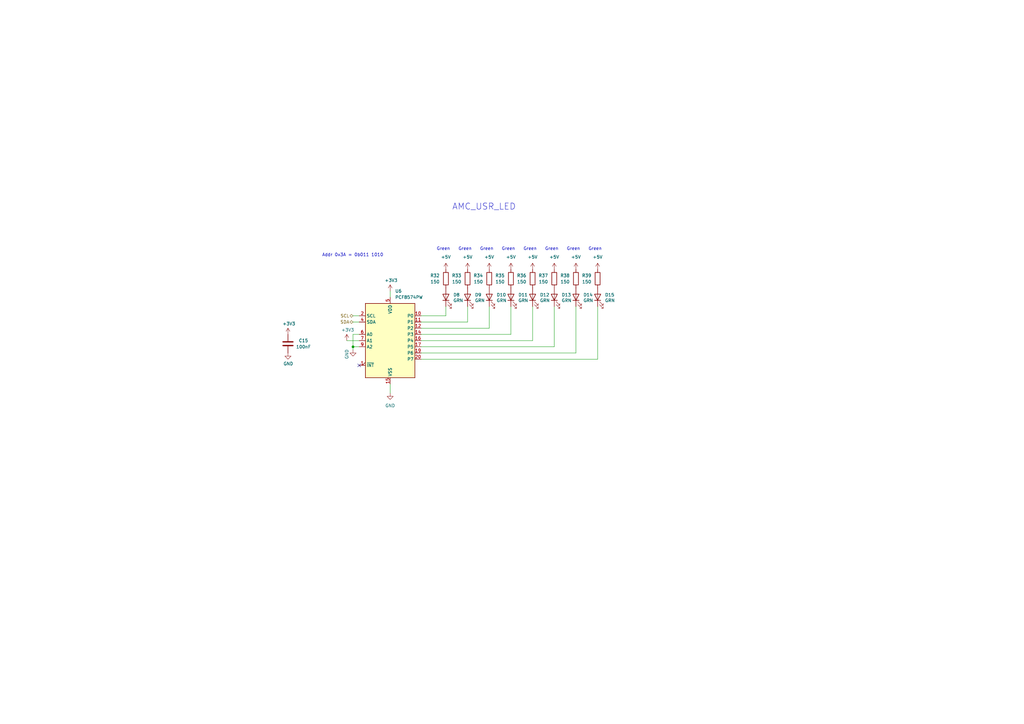
<source format=kicad_sch>
(kicad_sch (version 20211123) (generator eeschema)
  (paper "A3")
  (title_block (title "RTM_Template") (date "2022-09-07") (rev "1.0") (company "Karlsruhe Institute of Technology (KIT)") (comment 1 "Institute for Data Processing and Electronics (IPE)") (comment 2 "Carsten Schmerbeck") (comment 3 "Luis Ardila") (comment 4 "Licensed under CERN-OHL-P v2"))
  (lib_symbols
    (symbol "Device:C" (pin_numbers hide) (pin_names (offset 0.254))
      (property "Reference" "C" (at 0.635 2.54 0))
      (property "Value" "C" (at 0.635 -2.54 0))
      (symbol "C_0_1"
        (polyline (pts (xy -2.032 -0.762) (xy 2.032 -0.762)) (stroke (width 0.508)))
        (polyline (pts (xy -2.032 0.762) (xy 2.032 0.762)) (stroke (width 0.508)))
      )
      (symbol "C_1_1"
        (pin passive line (at 0 3.81 270) (length 2.794) (name "~") (number "1"))
        (pin passive line (at 0 -3.81 90) (length 2.794) (name "~") (number "2"))
      )
    )
    (symbol "Device:LED" (pin_numbers hide) (pin_names (offset 1.016) hide)
      (property "Reference" "D" (at 0 2.54 0))
      (property "Value" "LED" (at 0 -2.54 0))
      (symbol "LED_0_1"
        (polyline (pts (xy -1.27 -1.27) (xy -1.27 1.27)) (stroke (width 0.254)))
        (polyline (pts (xy -1.27 0) (xy 1.27 0)))
        (polyline (pts (xy 1.27 -1.27) (xy 1.27 1.27) (xy -1.27 0) (xy 1.27 -1.27)) (stroke (width 0.254)))
        (polyline (pts (xy -3.048 -0.762) (xy -4.572 -2.286) (xy -3.81 -2.286) (xy -4.572 -2.286) (xy -4.572 -1.524)))
        (polyline (pts (xy -1.778 -0.762) (xy -3.302 -2.286) (xy -2.54 -2.286) (xy -3.302 -2.286) (xy -3.302 -1.524)))
      )
      (symbol "LED_1_1"
        (pin passive line (at -3.81 0 0) (length 2.54) (name "K") (number "1"))
        (pin passive line (at 3.81 0 180) (length 2.54) (name "A") (number "2"))
      )
    )
    (symbol "Device:R" (pin_numbers hide) (pin_names (offset 0))
      (property "Reference" "R" (at 2.032 0 90))
      (property "Value" "R" (at 0 0 90))
      (symbol "R_0_1"
        (rectangle (start -1.016 -2.54) (end 1.016 2.54) (stroke (width 0.254)))
      )
      (symbol "R_1_1"
        (pin passive line (at 0 3.81 270) (length 1.27) (name "~") (number "1"))
        (pin passive line (at 0 -3.81 90) (length 1.27) (name "~") (number "2"))
      )
    )
    (symbol "Interface_Expansion:PCF8574ATS"
      (property "Reference" "U" (at -8.89 16.51 0))
      (property "Value" "PCF8574ATS" (at 3.81 16.51 0))
      (symbol "PCF8574ATS_0_1"
        (rectangle (start -10.16 15.24) (end 10.16 -15.24) (stroke (width 0.254)) (fill (type background)))
      )
      (symbol "PCF8574ATS_1_1"
        (pin open_collector output_low (at -12.7 -10.16 0) (length 2.54) (name "~{INT}") (number "1"))
        (pin bidirectional line (at 12.7 10.16 180) (length 2.54) (name "P0") (number "10"))
        (pin bidirectional line (at 12.7 7.62 180) (length 2.54) (name "P1") (number "11"))
        (pin bidirectional line (at 12.7 5.08 180) (length 2.54) (name "P2") (number "12"))
        (pin no_connect line (at -10.16 -5.08 0) (length 2.54) hide (name "NC") (number "13"))
        (pin bidirectional line (at 12.7 2.54 180) (length 2.54) (name "P3") (number "14"))
        (pin power_in line (at 0 -17.78 90) (length 2.54) (name "VSS") (number "15"))
        (pin bidirectional line (at 12.7 0 180) (length 2.54) (name "P4") (number "16"))
        (pin bidirectional line (at 12.7 -2.54 180) (length 2.54) (name "P5") (number "17"))
        (pin no_connect line (at -10.16 -7.62 0) (length 2.54) hide (name "NC") (number "18"))
        (pin bidirectional line (at 12.7 -5.08 180) (length 2.54) (name "P6") (number "19"))
        (pin input line (at -12.7 10.16 0) (length 2.54) (name "SCL") (number "2"))
        (pin bidirectional line (at 12.7 -7.62 180) (length 2.54) (name "P7") (number "20"))
        (pin no_connect line (at 10.16 -10.16 180) (length 2.54) hide (name "NC") (number "3"))
        (pin bidirectional line (at -12.7 7.62 0) (length 2.54) (name "SDA") (number "4"))
        (pin power_in line (at 0 17.78 270) (length 2.54) (name "VDD") (number "5"))
        (pin input line (at -12.7 2.54 0) (length 2.54) (name "A0") (number "6"))
        (pin input line (at -12.7 0 0) (length 2.54) (name "A1") (number "7"))
        (pin no_connect line (at 10.16 -12.7 180) (length 2.54) hide (name "NC") (number "8"))
        (pin input line (at -12.7 -2.54 0) (length 2.54) (name "A2") (number "9"))
      )
    )
    (symbol "power:+3V3" (power) (pin_names (offset 0))
      (property "Value" "+3V3" (at 0 3.556 0))
      (symbol "+3V3_0_1"
        (polyline (pts (xy -0.762 1.27) (xy 0 2.54)))
        (polyline (pts (xy 0 0) (xy 0 2.54)))
        (polyline (pts (xy 0 2.54) (xy 0.762 1.27)))
      )
      (symbol "+3V3_1_1"
        (pin power_in line (at 0 0 90) (length 0) hide (name "+3V3") (number "1"))
      )
    )
    (symbol "power:+5V" (power) (pin_names (offset 0))
      (property "Value" "+5V" (at 0 3.556 0))
      (symbol "+5V_0_1"
        (polyline (pts (xy -0.762 1.27) (xy 0 2.54)))
        (polyline (pts (xy 0 0) (xy 0 2.54)))
        (polyline (pts (xy 0 2.54) (xy 0.762 1.27)))
      )
      (symbol "+5V_1_1"
        (pin power_in line (at 0 0 90) (length 0) hide (name "+5V") (number "1"))
      )
    )
    (symbol "power:GND" (power) (pin_names (offset 0))
      (property "Value" "GND" (at 0 -3.81 0))
      (symbol "GND_0_1"
        (polyline (pts (xy 0 0) (xy 0 -1.27) (xy 1.27 -1.27) (xy 0 -2.54) (xy -1.27 -1.27) (xy 0 -1.27)))
      )
      (symbol "GND_1_1"
        (pin power_in line (at 0 0 270) (length 0) hide (name "GND") (number "1"))
      )
    )
  )
  (junction (at 144.78 142.24))
  (no_connect (at 147.32 149.86))
  (wire (pts (xy 218.44 139.7) (xy 172.72 139.7)))
  (wire (pts (xy 182.88 129.54) (xy 172.72 129.54)))
  (wire (pts (xy 236.22 144.78) (xy 172.72 144.78)))
  (wire (pts (xy 236.22 125.73) (xy 236.22 144.78)))
  (wire (pts (xy 227.33 142.24) (xy 227.33 125.73)))
  (wire (pts (xy 209.55 137.16) (xy 209.55 125.73)))
  (wire (pts (xy 160.02 119.38) (xy 160.02 121.92)))
  (wire (pts (xy 144.78 129.54) (xy 147.32 129.54)))
  (wire (pts (xy 191.77 132.08) (xy 191.77 125.73)))
  (wire (pts (xy 172.72 137.16) (xy 209.55 137.16)))
  (wire (pts (xy 142.24 139.7) (xy 147.32 139.7)))
  (wire (pts (xy 200.66 134.62) (xy 172.72 134.62)))
  (wire (pts (xy 172.72 142.24) (xy 227.33 142.24)))
  (wire (pts (xy 172.72 132.08) (xy 191.77 132.08)))
  (wire (pts (xy 160.02 157.48) (xy 160.02 161.29)))
  (wire (pts (xy 218.44 125.73) (xy 218.44 139.7)))
  (wire (pts (xy 144.78 142.24) (xy 144.78 143.51)))
  (wire (pts (xy 172.72 147.32) (xy 245.11 147.32)))
  (wire (pts (xy 182.88 125.73) (xy 182.88 129.54)))
  (wire (pts (xy 245.11 147.32) (xy 245.11 125.73)))
  (wire (pts (xy 144.78 137.16) (xy 147.32 137.16)))
  (wire (pts (xy 144.78 142.24) (xy 147.32 142.24)))
  (wire (pts (xy 200.66 125.73) (xy 200.66 134.62)))
  (wire (pts (xy 144.78 132.08) (xy 147.32 132.08)))
  (wire (pts (xy 144.78 137.16) (xy 144.78 142.24)))
  (text "Green" (at 223.52 102.87 0) (effects (font (size 1.27 1.27)) (justify left bottom)))
  (text "Green" (at 205.74 102.87 0) (effects (font (size 1.27 1.27)) (justify left bottom)))
  (text "Green" (at 179.07 102.87 0) (effects (font (size 1.27 1.27)) (justify left bottom)))
  (text "Green" (at 196.85 102.87 0) (effects (font (size 1.27 1.27)) (justify left bottom)))
  (text "Green" (at 232.41 102.87 0) (effects (font (size 1.27 1.27)) (justify left bottom)))
  (text "Addr 0x3A = 0b011 1010" (at 132.08 105.41 0) (effects (font (size 1.27 1.27)) (justify left bottom)))
  (text "Green" (at 214.63 102.87 0) (effects (font (size 1.27 1.27)) (justify left bottom)))
  (text "Green" (at 187.96 102.87 0) (effects (font (size 1.27 1.27)) (justify left bottom)))
  (text "AMC_USR_LED" (at 185.42 86.36 0) (effects (font (size 2.54 2.54)) (justify left bottom)))
  (text "Green" (at 241.3 102.87 0) (effects (font (size 1.27 1.27)) (justify left bottom)))
  (hierarchical_label "SCL" (shape bidirectional) (at 144.78 129.54 180))
  (hierarchical_label "SDA" (shape bidirectional) (at 144.78 132.08 180))
  (symbol (lib_id "Interface_Expansion:PCF8574ATS") (at 160.02 139.7 0) (unit 1)
    (property "Reference" "U6" (at 162.0394 119.38 0) (effects (justify left)))
    (property "Value" "PCF8574PW" (at 162.0394 121.92 0) (effects (justify left)))
    (property "Footprint" "Package_SO:TSSOP-20_4.4x6.5mm_P0.65mm" (effects hide))
    (property "Datasheet" "https://www.nxp.com/docs/en/data-sheet/PCF8574_PCF8574A.pdf" (effects hide))
    (property "mouser#" "595-PCF8574PW" (effects hide))
    (property "manf#" "PCF8574PW" (effects hide))
    (property "manf" "Texas Instruments" (effects hide))
  )
  (symbol (lib_id "power:+5V") (at 245.11 110.49 0) (unit 1)
    (property "Reference" "#PWR0108" (effects hide))
    (property "Value" "+5V" (at 245.11 105.41 0))
  )
  (symbol (lib_id "Device:LED") (at 236.22 121.92 90) (unit 1)
    (property "Reference" "D14" (at 239.2172 120.9294 90) (effects (justify right)))
    (property "Value" "GRN" (at 239.2172 123.2408 90) (effects (justify right)))
    (property "Footprint" "KIT_LED_SMD:APA2106x" (effects hide))
    (property "Datasheet" "https://www.kingbrightusa.com/images/catalog/SPEC/APA2106CGCK.pdf" (effects hide))
    (property "digikey#" "754-1057-1-ND" (effects hide))
    (property "manf" "Kingbright" (effects hide))
    (property "manf#" "APA2106CGCK" (effects hide))
  )
  (symbol (lib_id "power:+3V3") (at 118.11 137.16 0) (unit 1)
    (property "Reference" "#PWR0114" (effects hide))
    (property "Value" "+3V3" (at 118.491 132.7658 0))
  )
  (symbol (lib_id "Device:LED") (at 182.88 121.92 90) (unit 1)
    (property "Reference" "D8" (at 185.8772 120.9294 90) (effects (justify right)))
    (property "Value" "GRN" (at 185.8772 123.2408 90) (effects (justify right)))
    (property "Footprint" "KIT_LED_SMD:APA2106x" (effects hide))
    (property "Datasheet" "https://www.kingbrightusa.com/images/catalog/SPEC/APA2106CGCK.pdf" (effects hide))
    (property "digikey#" "754-1057-1-ND" (effects hide))
    (property "manf" "Kingbright" (effects hide))
    (property "manf#" "APA2106CGCK" (effects hide))
  )
  (symbol (lib_id "Device:LED") (at 245.11 121.92 90) (unit 1)
    (property "Reference" "D15" (at 248.1072 120.9294 90) (effects (justify right)))
    (property "Value" "GRN" (at 248.1072 123.2408 90) (effects (justify right)))
    (property "Footprint" "KIT_LED_SMD:APA2106x" (effects hide))
    (property "Datasheet" "https://www.kingbrightusa.com/images/catalog/SPEC/APA2106CGCK.pdf" (effects hide))
    (property "digikey#" "754-1057-1-ND" (effects hide))
    (property "manf" "Kingbright" (effects hide))
    (property "manf#" "APA2106CGCK" (effects hide))
  )
  (symbol (lib_id "power:+5V") (at 209.55 110.49 0) (unit 1)
    (property "Reference" "#PWR0105" (effects hide))
    (property "Value" "+5V" (at 209.55 105.41 0))
  )
  (symbol (lib_id "Device:LED") (at 227.33 121.92 90) (unit 1)
    (property "Reference" "D13" (at 230.3272 120.9294 90) (effects (justify right)))
    (property "Value" "GRN" (at 230.3272 123.2408 90) (effects (justify right)))
    (property "Footprint" "KIT_LED_SMD:APA2106x" (effects hide))
    (property "Datasheet" "https://www.kingbrightusa.com/images/catalog/SPEC/APA2106CGCK.pdf" (effects hide))
    (property "digikey#" "754-1057-1-ND" (effects hide))
    (property "manf" "Kingbright" (effects hide))
    (property "manf#" "APA2106CGCK" (effects hide))
  )
  (symbol (lib_id "Device:R") (at 227.33 114.3 0) (mirror x) (unit 1)
    (property "Reference" "R37" (at 224.79 113.0299 0) (effects (justify right)))
    (property "Value" "150" (at 224.79 115.5699 0) (effects (justify right)))
    (property "Footprint" "Resistor_SMD:R_0402_1005Metric" (effects hide))
    (property "stock" "AVT-IPE" (effects hide))
    (property "digikey#" "A129617CT-ND" (effects hide))
    (property "manf" "TE" (effects hide))
    (property "manf#" "CRGCQ0402F150R" (effects hide))
  )
  (symbol (lib_id "Device:LED") (at 218.44 121.92 90) (unit 1)
    (property "Reference" "D12" (at 221.4372 120.9294 90) (effects (justify right)))
    (property "Value" "GRN" (at 221.4372 123.2408 90) (effects (justify right)))
    (property "Footprint" "KIT_LED_SMD:APA2106x" (effects hide))
    (property "Datasheet" "https://www.kingbrightusa.com/images/catalog/SPEC/APA2106CGCK.pdf" (effects hide))
    (property "digikey#" "754-1057-1-ND" (effects hide))
    (property "manf" "Kingbright" (effects hide))
    (property "manf#" "APA2106CGCK" (effects hide))
  )
  (symbol (lib_id "power:+5V") (at 200.66 110.49 0) (unit 1)
    (property "Reference" "#PWR0112" (effects hide))
    (property "Value" "+5V" (at 200.66 105.41 0))
  )
  (symbol (lib_id "Device:R") (at 182.88 114.3 0) (mirror x) (unit 1)
    (property "Reference" "R32" (at 180.34 113.0299 0) (effects (justify right)))
    (property "Value" "150" (at 180.34 115.5699 0) (effects (justify right)))
    (property "Footprint" "Resistor_SMD:R_0402_1005Metric" (effects hide))
    (property "stock" "AVT-IPE" (effects hide))
    (property "digikey#" "A129617CT-ND" (effects hide))
    (property "manf" "TE" (effects hide))
    (property "manf#" "CRGCQ0402F150R" (effects hide))
  )
  (symbol (lib_id "Device:LED") (at 191.77 121.92 90) (unit 1)
    (property "Reference" "D9" (at 194.7672 120.9294 90) (effects (justify right)))
    (property "Value" "GRN" (at 194.7672 123.2408 90) (effects (justify right)))
    (property "Footprint" "KIT_LED_SMD:APA2106x" (effects hide))
    (property "Datasheet" "https://www.kingbrightusa.com/images/catalog/SPEC/APA2106CGCK.pdf" (effects hide))
    (property "digikey#" "754-1057-1-ND" (effects hide))
    (property "manf" "Kingbright" (effects hide))
    (property "manf#" "APA2106CGCK" (effects hide))
  )
  (symbol (lib_id "Device:C") (at 118.11 140.97 0) (mirror y) (unit 1)
    (property "Reference" "C15" (at 124.46 139.7 0))
    (property "Value" "100nF" (at 124.46 142.24 0))
    (property "Footprint" "Capacitor_SMD:C_0402_1005Metric" (effects hide))
    (property "stock" "AVT-IPE" (effects hide))
  )
  (symbol (lib_id "Device:R") (at 209.55 114.3 0) (mirror x) (unit 1)
    (property "Reference" "R35" (at 207.01 113.0299 0) (effects (justify right)))
    (property "Value" "150" (at 207.01 115.5699 0) (effects (justify right)))
    (property "Footprint" "Resistor_SMD:R_0402_1005Metric" (effects hide))
    (property "stock" "AVT-IPE" (effects hide))
    (property "digikey#" "A129617CT-ND" (effects hide))
    (property "manf" "TE" (effects hide))
    (property "manf#" "CRGCQ0402F150R" (effects hide))
  )
  (symbol (lib_id "power:+5V") (at 182.88 110.49 0) (unit 1)
    (property "Reference" "#PWR0110" (effects hide))
    (property "Value" "+5V" (at 182.88 105.41 0))
  )
  (symbol (lib_id "power:+3V3") (at 142.24 139.7 0) (unit 1)
    (property "Reference" "#PWR0104" (effects hide))
    (property "Value" "+3V3" (at 142.621 135.3058 0))
  )
  (symbol (lib_id "power:+5V") (at 227.33 110.49 0) (unit 1)
    (property "Reference" "#PWR0106" (effects hide))
    (property "Value" "+5V" (at 227.33 105.41 0))
  )
  (symbol (lib_id "power:+5V") (at 236.22 110.49 0) (unit 1)
    (property "Reference" "#PWR0109" (effects hide))
    (property "Value" "+5V" (at 236.22 105.41 0))
  )
  (symbol (lib_id "Device:LED") (at 209.55 121.92 90) (unit 1)
    (property "Reference" "D11" (at 212.5472 120.9294 90) (effects (justify right)))
    (property "Value" "GRN" (at 212.5472 123.2408 90) (effects (justify right)))
    (property "Footprint" "KIT_LED_SMD:APA2106x" (effects hide))
    (property "Datasheet" "https://www.kingbrightusa.com/images/catalog/SPEC/APA2106CGCK.pdf" (effects hide))
    (property "digikey#" "754-1057-1-ND" (effects hide))
    (property "manf" "Kingbright" (effects hide))
    (property "manf#" "APA2106CGCK" (effects hide))
  )
  (symbol (lib_id "Device:R") (at 218.44 114.3 0) (mirror x) (unit 1)
    (property "Reference" "R36" (at 215.9 113.0299 0) (effects (justify right)))
    (property "Value" "150" (at 215.9 115.5699 0) (effects (justify right)))
    (property "Footprint" "Resistor_SMD:R_0402_1005Metric" (effects hide))
    (property "stock" "AVT-IPE" (effects hide))
    (property "digikey#" "A129617CT-ND" (effects hide))
    (property "manf" "TE" (effects hide))
    (property "manf#" "CRGCQ0402F150R" (effects hide))
  )
  (symbol (lib_id "power:+5V") (at 191.77 110.49 0) (unit 1)
    (property "Reference" "#PWR0111" (effects hide))
    (property "Value" "+5V" (at 191.77 105.41 0))
  )
  (symbol (lib_id "Device:R") (at 191.77 114.3 0) (mirror x) (unit 1)
    (property "Reference" "R33" (at 189.23 113.0299 0) (effects (justify right)))
    (property "Value" "150" (at 189.23 115.5699 0) (effects (justify right)))
    (property "Footprint" "Resistor_SMD:R_0402_1005Metric" (effects hide))
    (property "stock" "AVT-IPE" (effects hide))
    (property "digikey#" "A129617CT-ND" (effects hide))
    (property "manf" "TE" (effects hide))
    (property "manf#" "CRGCQ0402F150R" (effects hide))
  )
  (symbol (lib_id "power:GND") (at 118.11 144.78 0) (unit 1)
    (property "Reference" "#PWR0113" (effects hide))
    (property "Value" "GND" (at 118.237 149.1742 0))
  )
  (symbol (lib_id "power:+3V3") (at 160.02 119.38 0) (unit 1)
    (property "Reference" "#PWR0103" (effects hide))
    (property "Value" "+3V3" (at 160.401 114.9858 0))
  )
  (symbol (lib_id "Device:R") (at 245.11 114.3 0) (mirror x) (unit 1)
    (property "Reference" "R39" (at 242.57 113.0299 0) (effects (justify right)))
    (property "Value" "150" (at 242.57 115.5699 0) (effects (justify right)))
    (property "Footprint" "Resistor_SMD:R_0402_1005Metric" (effects hide))
    (property "stock" "AVT-IPE" (effects hide))
    (property "digikey#" "A129617CT-ND" (effects hide))
    (property "manf" "TE" (effects hide))
    (property "manf#" "CRGCQ0402F150R" (effects hide))
  )
  (symbol (lib_id "power:GND") (at 144.78 143.51 0) (unit 1)
    (property "Reference" "#PWR0101" (effects hide))
    (property "Value" "GND" (at 142.24 147.32 90) (effects (justify left)))
  )
  (symbol (lib_id "power:GND") (at 160.02 161.29 0) (unit 1)
    (property "Reference" "#PWR0102" (effects hide))
    (property "Value" "GND" (at 160.02 166.37 0))
  )
  (symbol (lib_id "Device:R") (at 236.22 114.3 0) (mirror x) (unit 1)
    (property "Reference" "R38" (at 233.68 113.0299 0) (effects (justify right)))
    (property "Value" "150" (at 233.68 115.5699 0) (effects (justify right)))
    (property "Footprint" "Resistor_SMD:R_0402_1005Metric" (effects hide))
    (property "stock" "AVT-IPE" (effects hide))
    (property "digikey#" "A129617CT-ND" (effects hide))
    (property "manf" "TE" (effects hide))
    (property "manf#" "CRGCQ0402F150R" (effects hide))
  )
  (symbol (lib_id "Device:LED") (at 200.66 121.92 90) (unit 1)
    (property "Reference" "D10" (at 203.6572 120.9294 90) (effects (justify right)))
    (property "Value" "GRN" (at 203.6572 123.2408 90) (effects (justify right)))
    (property "Footprint" "KIT_LED_SMD:APA2106x" (effects hide))
    (property "Datasheet" "https://www.kingbrightusa.com/images/catalog/SPEC/APA2106CGCK.pdf" (effects hide))
    (property "digikey#" "754-1057-1-ND" (effects hide))
    (property "manf" "Kingbright" (effects hide))
    (property "manf#" "APA2106CGCK" (effects hide))
  )
  (symbol (lib_id "power:+5V") (at 218.44 110.49 0) (unit 1)
    (property "Reference" "#PWR0107" (effects hide))
    (property "Value" "+5V" (at 218.44 105.41 0))
  )
  (symbol (lib_id "Device:R") (at 200.66 114.3 0) (mirror x) (unit 1)
    (property "Reference" "R34" (at 198.12 113.0299 0) (effects (justify right)))
    (property "Value" "150" (at 198.12 115.5699 0) (effects (justify right)))
    (property "Footprint" "Resistor_SMD:R_0402_1005Metric" (effects hide))
    (property "stock" "AVT-IPE" (effects hide))
    (property "digikey#" "A129617CT-ND" (effects hide))
    (property "manf" "TE" (effects hide))
    (property "manf#" "CRGCQ0402F150R" (effects hide))
  )
)
</source>
